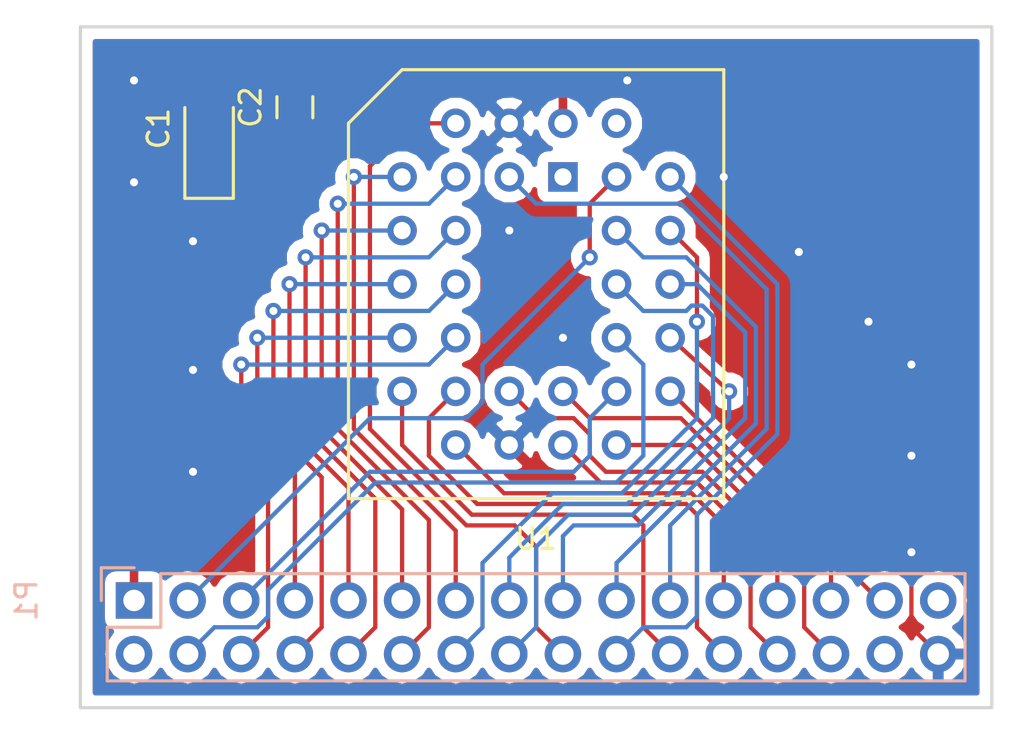
<source format=kicad_pcb>
(kicad_pcb (version 4) (host pcbnew 4.0.4+e1-6308~48~ubuntu16.04.1-stable)

  (general
    (links 34)
    (no_connects 1)
    (area 119.38 115.062 167.894001 150.368001)
    (thickness 1.6)
    (drawings 4)
    (tracks 223)
    (zones 0)
    (modules 4)
    (nets 35)
  )

  (page A4)
  (layers
    (0 F.Cu signal)
    (31 B.Cu signal)
    (36 B.SilkS user)
    (37 F.SilkS user)
    (38 B.Mask user)
    (39 F.Mask user)
    (44 Edge.Cuts user)
  )

  (setup
    (last_trace_width 0.2032)
    (user_trace_width 0.2032)
    (user_trace_width 0.4064)
    (trace_clearance 0.2032)
    (zone_clearance 0.508)
    (zone_45_only no)
    (trace_min 0.1524)
    (segment_width 0.2)
    (edge_width 0.15)
    (via_size 0.762)
    (via_drill 0.381)
    (via_min_size 0.6858)
    (via_min_drill 0.3302)
    (uvia_size 0.3)
    (uvia_drill 0.1)
    (uvias_allowed no)
    (uvia_min_size 0)
    (uvia_min_drill 0)
    (pcb_text_width 0.3)
    (pcb_text_size 1.5 1.5)
    (mod_edge_width 0.15)
    (mod_text_size 1 1)
    (mod_text_width 0.15)
    (pad_size 1.524 1.524)
    (pad_drill 0.762)
    (pad_to_mask_clearance 0.2)
    (aux_axis_origin 0 0)
    (grid_origin 144.78 141.732)
    (visible_elements FFFFFF7F)
    (pcbplotparams
      (layerselection 0x00030_80000001)
      (usegerberextensions false)
      (excludeedgelayer true)
      (linewidth 0.150000)
      (plotframeref false)
      (viasonmask false)
      (mode 1)
      (useauxorigin false)
      (hpglpennumber 1)
      (hpglpenspeed 20)
      (hpglpendiameter 15)
      (hpglpenoverlay 2)
      (psnegative false)
      (psa4output false)
      (plotreference true)
      (plotvalue true)
      (plotinvisibletext false)
      (padsonsilk false)
      (subtractmaskfromsilk false)
      (outputformat 1)
      (mirror false)
      (drillshape 1)
      (scaleselection 1)
      (outputdirectory ""))
  )

  (net 0 "")
  (net 1 VCC)
  (net 2 "Net-(P1-Pad2)")
  (net 3 "Net-(P1-Pad3)")
  (net 4 "Net-(P1-Pad4)")
  (net 5 "Net-(P1-Pad5)")
  (net 6 "Net-(P1-Pad6)")
  (net 7 "Net-(P1-Pad7)")
  (net 8 "Net-(P1-Pad8)")
  (net 9 "Net-(P1-Pad9)")
  (net 10 "Net-(P1-Pad10)")
  (net 11 "Net-(P1-Pad11)")
  (net 12 "Net-(P1-Pad12)")
  (net 13 "Net-(P1-Pad13)")
  (net 14 "Net-(P1-Pad14)")
  (net 15 "Net-(P1-Pad15)")
  (net 16 "Net-(P1-Pad16)")
  (net 17 "Net-(P1-Pad17)")
  (net 18 "Net-(P1-Pad18)")
  (net 19 "Net-(P1-Pad19)")
  (net 20 "Net-(P1-Pad20)")
  (net 21 "Net-(P1-Pad21)")
  (net 22 "Net-(P1-Pad22)")
  (net 23 "Net-(P1-Pad23)")
  (net 24 "Net-(P1-Pad24)")
  (net 25 "Net-(P1-Pad25)")
  (net 26 "Net-(P1-Pad26)")
  (net 27 "Net-(P1-Pad27)")
  (net 28 "Net-(P1-Pad28)")
  (net 29 "Net-(P1-Pad29)")
  (net 30 "Net-(P1-Pad30)")
  (net 31 "Net-(P1-Pad31)")
  (net 32 GND)
  (net 33 "Net-(U1-Pad1)")
  (net 34 "Net-(U1-Pad30)")

  (net_class Default "This is the default net class."
    (clearance 0.2032)
    (trace_width 0.2032)
    (via_dia 0.762)
    (via_drill 0.381)
    (uvia_dia 0.3)
    (uvia_drill 0.1)
    (add_net GND)
    (add_net "Net-(P1-Pad10)")
    (add_net "Net-(P1-Pad11)")
    (add_net "Net-(P1-Pad12)")
    (add_net "Net-(P1-Pad13)")
    (add_net "Net-(P1-Pad14)")
    (add_net "Net-(P1-Pad15)")
    (add_net "Net-(P1-Pad16)")
    (add_net "Net-(P1-Pad17)")
    (add_net "Net-(P1-Pad18)")
    (add_net "Net-(P1-Pad19)")
    (add_net "Net-(P1-Pad2)")
    (add_net "Net-(P1-Pad20)")
    (add_net "Net-(P1-Pad21)")
    (add_net "Net-(P1-Pad22)")
    (add_net "Net-(P1-Pad23)")
    (add_net "Net-(P1-Pad24)")
    (add_net "Net-(P1-Pad25)")
    (add_net "Net-(P1-Pad26)")
    (add_net "Net-(P1-Pad27)")
    (add_net "Net-(P1-Pad28)")
    (add_net "Net-(P1-Pad29)")
    (add_net "Net-(P1-Pad3)")
    (add_net "Net-(P1-Pad30)")
    (add_net "Net-(P1-Pad31)")
    (add_net "Net-(P1-Pad4)")
    (add_net "Net-(P1-Pad5)")
    (add_net "Net-(P1-Pad6)")
    (add_net "Net-(P1-Pad7)")
    (add_net "Net-(P1-Pad8)")
    (add_net "Net-(P1-Pad9)")
    (add_net "Net-(U1-Pad1)")
    (add_net "Net-(U1-Pad30)")
    (add_net VCC)
  )

  (module Pin_Headers:Pin_Header_Straight_2x16 (layer B.Cu) (tedit 0) (tstamp 585205DD)
    (at 125.73 143.51 270)
    (descr "Through hole pin header")
    (tags "pin header")
    (path /583CAB62)
    (fp_text reference P1 (at 0 5.1 270) (layer B.SilkS)
      (effects (font (size 1 1) (thickness 0.15)) (justify mirror))
    )
    (fp_text value CONN_01X32 (at 0 3.1 270) (layer B.Fab)
      (effects (font (size 1 1) (thickness 0.15)) (justify mirror))
    )
    (fp_line (start -1.75 1.75) (end -1.75 -39.85) (layer B.CrtYd) (width 0.05))
    (fp_line (start 4.3 1.75) (end 4.3 -39.85) (layer B.CrtYd) (width 0.05))
    (fp_line (start -1.75 1.75) (end 4.3 1.75) (layer B.CrtYd) (width 0.05))
    (fp_line (start -1.75 -39.85) (end 4.3 -39.85) (layer B.CrtYd) (width 0.05))
    (fp_line (start 3.81 -39.37) (end 3.81 1.27) (layer B.SilkS) (width 0.15))
    (fp_line (start -1.27 -1.27) (end -1.27 -39.37) (layer B.SilkS) (width 0.15))
    (fp_line (start 3.81 -39.37) (end -1.27 -39.37) (layer B.SilkS) (width 0.15))
    (fp_line (start 3.81 1.27) (end 1.27 1.27) (layer B.SilkS) (width 0.15))
    (fp_line (start 0 1.55) (end -1.55 1.55) (layer B.SilkS) (width 0.15))
    (fp_line (start 1.27 1.27) (end 1.27 -1.27) (layer B.SilkS) (width 0.15))
    (fp_line (start 1.27 -1.27) (end -1.27 -1.27) (layer B.SilkS) (width 0.15))
    (fp_line (start -1.55 1.55) (end -1.55 0) (layer B.SilkS) (width 0.15))
    (pad 1 thru_hole rect (at 0 0 270) (size 1.7272 1.7272) (drill 1.016) (layers *.Cu *.Mask)
      (net 1 VCC))
    (pad 2 thru_hole oval (at 2.54 0 270) (size 1.7272 1.7272) (drill 1.016) (layers *.Cu *.Mask)
      (net 2 "Net-(P1-Pad2)"))
    (pad 3 thru_hole oval (at 0 -2.54 270) (size 1.7272 1.7272) (drill 1.016) (layers *.Cu *.Mask)
      (net 3 "Net-(P1-Pad3)"))
    (pad 4 thru_hole oval (at 2.54 -2.54 270) (size 1.7272 1.7272) (drill 1.016) (layers *.Cu *.Mask)
      (net 4 "Net-(P1-Pad4)"))
    (pad 5 thru_hole oval (at 0 -5.08 270) (size 1.7272 1.7272) (drill 1.016) (layers *.Cu *.Mask)
      (net 5 "Net-(P1-Pad5)"))
    (pad 6 thru_hole oval (at 2.54 -5.08 270) (size 1.7272 1.7272) (drill 1.016) (layers *.Cu *.Mask)
      (net 6 "Net-(P1-Pad6)"))
    (pad 7 thru_hole oval (at 0 -7.62 270) (size 1.7272 1.7272) (drill 1.016) (layers *.Cu *.Mask)
      (net 7 "Net-(P1-Pad7)"))
    (pad 8 thru_hole oval (at 2.54 -7.62 270) (size 1.7272 1.7272) (drill 1.016) (layers *.Cu *.Mask)
      (net 8 "Net-(P1-Pad8)"))
    (pad 9 thru_hole oval (at 0 -10.16 270) (size 1.7272 1.7272) (drill 1.016) (layers *.Cu *.Mask)
      (net 9 "Net-(P1-Pad9)"))
    (pad 10 thru_hole oval (at 2.54 -10.16 270) (size 1.7272 1.7272) (drill 1.016) (layers *.Cu *.Mask)
      (net 10 "Net-(P1-Pad10)"))
    (pad 11 thru_hole oval (at 0 -12.7 270) (size 1.7272 1.7272) (drill 1.016) (layers *.Cu *.Mask)
      (net 11 "Net-(P1-Pad11)"))
    (pad 12 thru_hole oval (at 2.54 -12.7 270) (size 1.7272 1.7272) (drill 1.016) (layers *.Cu *.Mask)
      (net 12 "Net-(P1-Pad12)"))
    (pad 13 thru_hole oval (at 0 -15.24 270) (size 1.7272 1.7272) (drill 1.016) (layers *.Cu *.Mask)
      (net 13 "Net-(P1-Pad13)"))
    (pad 14 thru_hole oval (at 2.54 -15.24 270) (size 1.7272 1.7272) (drill 1.016) (layers *.Cu *.Mask)
      (net 14 "Net-(P1-Pad14)"))
    (pad 15 thru_hole oval (at 0 -17.78 270) (size 1.7272 1.7272) (drill 1.016) (layers *.Cu *.Mask)
      (net 15 "Net-(P1-Pad15)"))
    (pad 16 thru_hole oval (at 2.54 -17.78 270) (size 1.7272 1.7272) (drill 1.016) (layers *.Cu *.Mask)
      (net 16 "Net-(P1-Pad16)"))
    (pad 17 thru_hole oval (at 0 -20.32 270) (size 1.7272 1.7272) (drill 1.016) (layers *.Cu *.Mask)
      (net 17 "Net-(P1-Pad17)"))
    (pad 18 thru_hole oval (at 2.54 -20.32 270) (size 1.7272 1.7272) (drill 1.016) (layers *.Cu *.Mask)
      (net 18 "Net-(P1-Pad18)"))
    (pad 19 thru_hole oval (at 0 -22.86 270) (size 1.7272 1.7272) (drill 1.016) (layers *.Cu *.Mask)
      (net 19 "Net-(P1-Pad19)"))
    (pad 20 thru_hole oval (at 2.54 -22.86 270) (size 1.7272 1.7272) (drill 1.016) (layers *.Cu *.Mask)
      (net 20 "Net-(P1-Pad20)"))
    (pad 21 thru_hole oval (at 0 -25.4 270) (size 1.7272 1.7272) (drill 1.016) (layers *.Cu *.Mask)
      (net 21 "Net-(P1-Pad21)"))
    (pad 22 thru_hole oval (at 2.54 -25.4 270) (size 1.7272 1.7272) (drill 1.016) (layers *.Cu *.Mask)
      (net 22 "Net-(P1-Pad22)"))
    (pad 23 thru_hole oval (at 0 -27.94 270) (size 1.7272 1.7272) (drill 1.016) (layers *.Cu *.Mask)
      (net 23 "Net-(P1-Pad23)"))
    (pad 24 thru_hole oval (at 2.54 -27.94 270) (size 1.7272 1.7272) (drill 1.016) (layers *.Cu *.Mask)
      (net 24 "Net-(P1-Pad24)"))
    (pad 25 thru_hole oval (at 0 -30.48 270) (size 1.7272 1.7272) (drill 1.016) (layers *.Cu *.Mask)
      (net 25 "Net-(P1-Pad25)"))
    (pad 26 thru_hole oval (at 2.54 -30.48 270) (size 1.7272 1.7272) (drill 1.016) (layers *.Cu *.Mask)
      (net 26 "Net-(P1-Pad26)"))
    (pad 27 thru_hole oval (at 0 -33.02 270) (size 1.7272 1.7272) (drill 1.016) (layers *.Cu *.Mask)
      (net 27 "Net-(P1-Pad27)"))
    (pad 28 thru_hole oval (at 2.54 -33.02 270) (size 1.7272 1.7272) (drill 1.016) (layers *.Cu *.Mask)
      (net 28 "Net-(P1-Pad28)"))
    (pad 29 thru_hole oval (at 0 -35.56 270) (size 1.7272 1.7272) (drill 1.016) (layers *.Cu *.Mask)
      (net 29 "Net-(P1-Pad29)"))
    (pad 30 thru_hole oval (at 2.54 -35.56 270) (size 1.7272 1.7272) (drill 1.016) (layers *.Cu *.Mask)
      (net 30 "Net-(P1-Pad30)"))
    (pad 31 thru_hole oval (at 0 -38.1 270) (size 1.7272 1.7272) (drill 1.016) (layers *.Cu *.Mask)
      (net 31 "Net-(P1-Pad31)"))
    (pad 32 thru_hole oval (at 2.54 -38.1 270) (size 1.7272 1.7272) (drill 1.016) (layers *.Cu *.Mask)
      (net 32 GND))
    (model Pin_Headers.3dshapes/Pin_Header_Straight_2x16.wrl
      (at (xyz 0.05 -0.75 0))
      (scale (xyz 1 1 1))
      (rotate (xyz 0 0 90))
    )
  )

  (module Sockets:PLCC32 (layer F.Cu) (tedit 0) (tstamp 58520606)
    (at 144.78 128.524)
    (descr "Socket PLCC 32 pins,  round pads")
    (tags PLCC)
    (path /583CAA1B)
    (fp_text reference U1 (at 0 12.065) (layer F.SilkS)
      (effects (font (size 1 1) (thickness 0.15)))
    )
    (fp_text value SST39SF010 (at 0 0 90) (layer F.Fab)
      (effects (font (size 1 1) (thickness 0.15)))
    )
    (fp_line (start -8.89 -7.62) (end -8.89 10.16) (layer F.SilkS) (width 0.15))
    (fp_line (start 8.89 -10.16) (end 8.89 10.16) (layer F.SilkS) (width 0.15))
    (fp_line (start -8.89 10.16) (end 8.89 10.16) (layer F.SilkS) (width 0.15))
    (fp_line (start -6.35 -10.16) (end -8.89 -7.62) (layer F.SilkS) (width 0.15))
    (fp_line (start 8.89 -10.16) (end -6.35 -10.16) (layer F.SilkS) (width 0.15))
    (pad 1 thru_hole rect (at 1.27 -5.08) (size 1.397 1.397) (drill 0.8128) (layers *.Cu *.Mask)
      (net 33 "Net-(U1-Pad1)"))
    (pad 2 thru_hole circle (at -1.27 -7.62) (size 1.397 1.397) (drill 0.8128) (layers *.Cu *.Mask)
      (net 32 GND))
    (pad 3 thru_hole circle (at -1.27 -5.08) (size 1.397 1.397) (drill 0.8128) (layers *.Cu *.Mask)
      (net 21 "Net-(P1-Pad21)"))
    (pad 4 thru_hole circle (at -3.81 -7.62) (size 1.397 1.397) (drill 0.8128) (layers *.Cu *.Mask)
      (net 18 "Net-(P1-Pad18)"))
    (pad 5 thru_hole circle (at -6.35 -5.08) (size 1.397 1.397) (drill 0.8128) (layers *.Cu *.Mask)
      (net 13 "Net-(P1-Pad13)"))
    (pad 6 thru_hole circle (at -3.81 -5.08) (size 1.397 1.397) (drill 0.8128) (layers *.Cu *.Mask)
      (net 12 "Net-(P1-Pad12)"))
    (pad 7 thru_hole circle (at -6.35 -2.54) (size 1.397 1.397) (drill 0.8128) (layers *.Cu *.Mask)
      (net 11 "Net-(P1-Pad11)"))
    (pad 8 thru_hole circle (at -3.81 -2.54) (size 1.397 1.397) (drill 0.8128) (layers *.Cu *.Mask)
      (net 10 "Net-(P1-Pad10)"))
    (pad 9 thru_hole circle (at -6.35 0) (size 1.397 1.397) (drill 0.8128) (layers *.Cu *.Mask)
      (net 9 "Net-(P1-Pad9)"))
    (pad 10 thru_hole circle (at -3.81 0) (size 1.397 1.397) (drill 0.8128) (layers *.Cu *.Mask)
      (net 8 "Net-(P1-Pad8)"))
    (pad 11 thru_hole circle (at -6.35 2.54) (size 1.397 1.397) (drill 0.8128) (layers *.Cu *.Mask)
      (net 7 "Net-(P1-Pad7)"))
    (pad 12 thru_hole circle (at -3.81 2.54) (size 1.397 1.397) (drill 0.8128) (layers *.Cu *.Mask)
      (net 6 "Net-(P1-Pad6)"))
    (pad 13 thru_hole circle (at -6.35 5.08) (size 1.397 1.397) (drill 0.8128) (layers *.Cu *.Mask)
      (net 22 "Net-(P1-Pad22)"))
    (pad 14 thru_hole circle (at -3.81 7.62) (size 1.397 1.397) (drill 0.8128) (layers *.Cu *.Mask)
      (net 23 "Net-(P1-Pad23)"))
    (pad 15 thru_hole circle (at -3.81 5.08) (size 1.397 1.397) (drill 0.8128) (layers *.Cu *.Mask)
      (net 24 "Net-(P1-Pad24)"))
    (pad 16 thru_hole circle (at -1.27 7.62) (size 1.397 1.397) (drill 0.8128) (layers *.Cu *.Mask)
      (net 32 GND))
    (pad 17 thru_hole circle (at -1.27 5.08) (size 1.397 1.397) (drill 0.8128) (layers *.Cu *.Mask)
      (net 25 "Net-(P1-Pad25)"))
    (pad 18 thru_hole circle (at 1.27 7.62) (size 1.397 1.397) (drill 0.8128) (layers *.Cu *.Mask)
      (net 26 "Net-(P1-Pad26)"))
    (pad 19 thru_hole circle (at 1.27 5.08) (size 1.397 1.397) (drill 0.8128) (layers *.Cu *.Mask)
      (net 27 "Net-(P1-Pad27)"))
    (pad 20 thru_hole circle (at 3.81 7.62) (size 1.397 1.397) (drill 0.8128) (layers *.Cu *.Mask)
      (net 28 "Net-(P1-Pad28)"))
    (pad 21 thru_hole circle (at 6.35 5.08) (size 1.397 1.397) (drill 0.8128) (layers *.Cu *.Mask)
      (net 29 "Net-(P1-Pad29)"))
    (pad 22 thru_hole circle (at 3.81 5.08) (size 1.397 1.397) (drill 0.8128) (layers *.Cu *.Mask)
      (net 5 "Net-(P1-Pad5)"))
    (pad 23 thru_hole circle (at 6.35 2.54) (size 1.397 1.397) (drill 0.8128) (layers *.Cu *.Mask)
      (net 16 "Net-(P1-Pad16)"))
    (pad 24 thru_hole circle (at 3.81 2.54) (size 1.397 1.397) (drill 0.8128) (layers *.Cu *.Mask)
      (net 4 "Net-(P1-Pad4)"))
    (pad 25 thru_hole circle (at 6.35 0) (size 1.397 1.397) (drill 0.8128) (layers *.Cu *.Mask)
      (net 17 "Net-(P1-Pad17)"))
    (pad 26 thru_hole circle (at 3.81 0) (size 1.397 1.397) (drill 0.8128) (layers *.Cu *.Mask)
      (net 15 "Net-(P1-Pad15)"))
    (pad 27 thru_hole circle (at 6.35 -2.54) (size 1.397 1.397) (drill 0.8128) (layers *.Cu *.Mask)
      (net 14 "Net-(P1-Pad14)"))
    (pad 28 thru_hole circle (at 3.81 -2.54) (size 1.397 1.397) (drill 0.8128) (layers *.Cu *.Mask)
      (net 19 "Net-(P1-Pad19)"))
    (pad 31 thru_hole circle (at 3.81 -5.08) (size 1.397 1.397) (drill 0.8128) (layers *.Cu *.Mask)
      (net 3 "Net-(P1-Pad3)"))
    (pad 32 thru_hole circle (at 1.27 -7.62) (size 1.397 1.397) (drill 0.8128) (layers *.Cu *.Mask)
      (net 1 VCC))
    (pad 29 thru_hole circle (at 6.35 -5.08) (size 1.397 1.397) (drill 0.8128) (layers *.Cu *.Mask)
      (net 20 "Net-(P1-Pad20)"))
    (pad 30 thru_hole circle (at 3.81 -7.62) (size 1.397 1.397) (drill 0.8128) (layers *.Cu *.Mask)
      (net 34 "Net-(U1-Pad30)"))
  )

  (module Capacitors_Tantalum_SMD:Tantalum_Case-R_EIA-2012-12_Hand (layer F.Cu) (tedit 57B6E980) (tstamp 585442AF)
    (at 129.286 121.158 90)
    (descr "Tantalum capacitor, Case R, EIA 2012-12, 2.0x1.3x1.2mm, Hand soldering footprint")
    (tags "capacitor tantalum smd")
    (path /5854355F)
    (attr smd)
    (fp_text reference C1 (at 0 -2.4 90) (layer F.SilkS)
      (effects (font (size 1 1) (thickness 0.15)))
    )
    (fp_text value 10uF (at 0 2.4 90) (layer F.Fab)
      (effects (font (size 1 1) (thickness 0.15)))
    )
    (fp_line (start -3.4 -1.3) (end -3.4 1.3) (layer F.CrtYd) (width 0.05))
    (fp_line (start -3.4 1.3) (end 3.4 1.3) (layer F.CrtYd) (width 0.05))
    (fp_line (start 3.4 1.3) (end 3.4 -1.3) (layer F.CrtYd) (width 0.05))
    (fp_line (start 3.4 -1.3) (end -3.4 -1.3) (layer F.CrtYd) (width 0.05))
    (fp_line (start -1 -0.65) (end -1 0.65) (layer F.Fab) (width 0.15))
    (fp_line (start -1 0.65) (end 1 0.65) (layer F.Fab) (width 0.15))
    (fp_line (start 1 0.65) (end 1 -0.65) (layer F.Fab) (width 0.15))
    (fp_line (start 1 -0.65) (end -1 -0.65) (layer F.Fab) (width 0.15))
    (fp_line (start -0.8 -0.65) (end -0.8 0.65) (layer F.Fab) (width 0.15))
    (fp_line (start -0.7 -0.65) (end -0.7 0.65) (layer F.Fab) (width 0.15))
    (fp_line (start -3.3 -1.15) (end 1 -1.15) (layer F.SilkS) (width 0.15))
    (fp_line (start -3.3 1.15) (end 1 1.15) (layer F.SilkS) (width 0.15))
    (fp_line (start -3.3 -1.15) (end -3.3 1.15) (layer F.SilkS) (width 0.15))
    (pad 1 smd rect (at -1.7 0 90) (size 2.6 1.8) (layers F.Cu F.Mask)
      (net 1 VCC))
    (pad 2 smd rect (at 1.7 0 90) (size 2.6 1.8) (layers F.Cu F.Mask)
      (net 32 GND))
    (model Capacitors_Tantalum_SMD.3dshapes/Tantalum_Case-R_EIA-2012-12.wrl
      (at (xyz 0 0 0))
      (scale (xyz 1 1 1))
      (rotate (xyz 0 0 0))
    )
  )

  (module Capacitors_SMD:C_0805_HandSoldering (layer F.Cu) (tedit 541A9B8D) (tstamp 585442BF)
    (at 133.35 120.142 90)
    (descr "Capacitor SMD 0805, hand soldering")
    (tags "capacitor 0805")
    (path /585435D2)
    (attr smd)
    (fp_text reference C2 (at 0 -2.1 90) (layer F.SilkS)
      (effects (font (size 1 1) (thickness 0.15)))
    )
    (fp_text value 0.1uF (at 0 2.1 90) (layer F.Fab)
      (effects (font (size 1 1) (thickness 0.15)))
    )
    (fp_line (start -1 0.625) (end -1 -0.625) (layer F.Fab) (width 0.15))
    (fp_line (start 1 0.625) (end -1 0.625) (layer F.Fab) (width 0.15))
    (fp_line (start 1 -0.625) (end 1 0.625) (layer F.Fab) (width 0.15))
    (fp_line (start -1 -0.625) (end 1 -0.625) (layer F.Fab) (width 0.15))
    (fp_line (start -2.3 -1) (end 2.3 -1) (layer F.CrtYd) (width 0.05))
    (fp_line (start -2.3 1) (end 2.3 1) (layer F.CrtYd) (width 0.05))
    (fp_line (start -2.3 -1) (end -2.3 1) (layer F.CrtYd) (width 0.05))
    (fp_line (start 2.3 -1) (end 2.3 1) (layer F.CrtYd) (width 0.05))
    (fp_line (start 0.5 -0.85) (end -0.5 -0.85) (layer F.SilkS) (width 0.15))
    (fp_line (start -0.5 0.85) (end 0.5 0.85) (layer F.SilkS) (width 0.15))
    (pad 1 smd rect (at -1.25 0 90) (size 1.5 1.25) (layers F.Cu F.Mask)
      (net 1 VCC))
    (pad 2 smd rect (at 1.25 0 90) (size 1.5 1.25) (layers F.Cu F.Mask)
      (net 32 GND))
    (model Capacitors_SMD.3dshapes/C_0805_HandSoldering.wrl
      (at (xyz 0 0 0))
      (scale (xyz 1 1 1))
      (rotate (xyz 0 0 0))
    )
  )

  (gr_line (start 123.19 116.332) (end 166.37 116.332) (angle 90) (layer Edge.Cuts) (width 0.15))
  (gr_line (start 123.19 148.59) (end 123.19 116.332) (angle 90) (layer Edge.Cuts) (width 0.15))
  (gr_line (start 123.19 148.59) (end 166.37 148.59) (angle 90) (layer Edge.Cuts) (width 0.15))
  (gr_line (start 166.37 148.59) (end 166.37 116.332) (angle 90) (layer Edge.Cuts) (width 0.15))

  (segment (start 133.35 121.392) (end 130.752 121.392) (width 0.4064) (layer F.Cu) (net 1) (status 400000))
  (segment (start 125.73 128.348) (end 125.73 143.51) (width 0.4064) (layer F.Cu) (net 1))
  (segment (start 125.73 126.414) (end 125.73 128.348) (width 0.4064) (layer F.Cu) (net 1) (tstamp 58557AC4))
  (segment (start 130.752 121.392) (end 125.73 126.414) (width 0.4064) (layer F.Cu) (net 1) (tstamp 58557AC1))
  (segment (start 139.7 118.872) (end 135.87 118.872) (width 0.4064) (layer F.Cu) (net 1))
  (segment (start 146.05 120.904) (end 146.05 119.38) (width 0.4064) (layer F.Cu) (net 1) (tstamp 5852E2D1))
  (segment (start 145.542 118.872) (end 146.05 119.38) (width 0.4064) (layer F.Cu) (net 1) (tstamp 5852E2CF))
  (segment (start 139.7 118.872) (end 145.542 118.872) (width 0.4064) (layer F.Cu) (net 1) (tstamp 5852E2C8))
  (segment (start 135.87 118.872) (end 133.35 121.392) (width 0.4064) (layer F.Cu) (net 1) (tstamp 58557ABA) (status 800000))
  (segment (start 128.27 143.51) (end 136.906 134.874) (width 0.2032) (layer B.Cu) (net 3))
  (segment (start 147.32 124.714) (end 148.59 123.444) (width 0.2032) (layer F.Cu) (net 3) (tstamp 5852E219))
  (segment (start 147.32 127.254) (end 147.32 124.714) (width 0.2032) (layer F.Cu) (net 3) (tstamp 5852E218))
  (via (at 147.32 127.254) (size 0.762) (drill 0.381) (layers F.Cu B.Cu) (net 3))
  (segment (start 142.24 132.334) (end 147.32 127.254) (width 0.2032) (layer B.Cu) (net 3) (tstamp 5852E203))
  (segment (start 142.24 134.112) (end 142.24 132.334) (width 0.2032) (layer B.Cu) (net 3) (tstamp 5852E1FE))
  (segment (start 141.478 134.874) (end 142.24 134.112) (width 0.2032) (layer B.Cu) (net 3) (tstamp 5852E1F9))
  (segment (start 136.906 134.874) (end 141.478 134.874) (width 0.2032) (layer B.Cu) (net 3) (tstamp 5852E1EC))
  (segment (start 128.27 146.05) (end 129.54 144.78) (width 0.2032) (layer B.Cu) (net 4))
  (segment (start 149.86 132.334) (end 148.59 131.064) (width 0.2032) (layer B.Cu) (net 4) (tstamp 5852D731))
  (segment (start 149.86 136.652) (end 149.86 132.334) (width 0.2032) (layer B.Cu) (net 4) (tstamp 5852D72B))
  (segment (start 148.59 137.922) (end 149.86 136.652) (width 0.2032) (layer B.Cu) (net 4) (tstamp 5852D727))
  (segment (start 137.16 137.922) (end 148.59 137.922) (width 0.2032) (layer B.Cu) (net 4) (tstamp 5852D71F))
  (segment (start 132.08 143.002) (end 137.16 137.922) (width 0.2032) (layer B.Cu) (net 4) (tstamp 5852D711))
  (segment (start 132.08 144.272) (end 132.08 143.002) (width 0.2032) (layer B.Cu) (net 4) (tstamp 5852D70C))
  (segment (start 131.572 144.78) (end 132.08 144.272) (width 0.2032) (layer B.Cu) (net 4) (tstamp 5852D709))
  (segment (start 129.54 144.78) (end 131.572 144.78) (width 0.2032) (layer B.Cu) (net 4) (tstamp 5852D706))
  (segment (start 130.81 143.51) (end 136.906 137.414) (width 0.2032) (layer B.Cu) (net 5))
  (segment (start 147.32 134.874) (end 148.59 133.604) (width 0.2032) (layer B.Cu) (net 5) (tstamp 5852D6F7))
  (segment (start 147.32 136.652) (end 147.32 134.874) (width 0.2032) (layer B.Cu) (net 5) (tstamp 5852D6F0))
  (segment (start 146.558 137.414) (end 147.32 136.652) (width 0.2032) (layer B.Cu) (net 5) (tstamp 5852D6E0))
  (segment (start 136.906 137.414) (end 146.558 137.414) (width 0.2032) (layer B.Cu) (net 5) (tstamp 5852D6D4))
  (segment (start 130.81 146.05) (end 132.08 144.78) (width 0.2032) (layer F.Cu) (net 6))
  (segment (start 139.7 132.334) (end 140.97 131.064) (width 0.2032) (layer B.Cu) (net 6) (tstamp 5852E1B9))
  (segment (start 130.81 132.334) (end 139.7 132.334) (width 0.2032) (layer B.Cu) (net 6) (tstamp 5852E1B8))
  (via (at 130.81 132.334) (size 0.762) (drill 0.381) (layers F.Cu B.Cu) (net 6))
  (segment (start 130.81 135.382) (end 130.81 132.334) (width 0.2032) (layer F.Cu) (net 6) (tstamp 5852E1A7))
  (segment (start 132.08 136.652) (end 130.81 135.382) (width 0.2032) (layer F.Cu) (net 6) (tstamp 5852E1A4))
  (segment (start 132.08 144.78) (end 132.08 136.652) (width 0.2032) (layer F.Cu) (net 6) (tstamp 5852E19F))
  (segment (start 133.35 143.51) (end 133.35 137.16) (width 0.2032) (layer F.Cu) (net 7))
  (segment (start 131.572 131.064) (end 138.43 131.064) (width 0.2032) (layer B.Cu) (net 7) (tstamp 5852E180))
  (via (at 131.572 131.064) (size 0.762) (drill 0.381) (layers F.Cu B.Cu) (net 7))
  (segment (start 131.572 135.382) (end 131.572 131.064) (width 0.2032) (layer F.Cu) (net 7) (tstamp 5852E178))
  (segment (start 133.35 137.16) (end 131.572 135.382) (width 0.2032) (layer F.Cu) (net 7) (tstamp 5852E173))
  (segment (start 133.35 146.05) (end 134.62 144.78) (width 0.2032) (layer F.Cu) (net 8))
  (segment (start 139.7 129.794) (end 140.97 128.524) (width 0.2032) (layer B.Cu) (net 8) (tstamp 5852E16A))
  (segment (start 132.334 129.794) (end 139.7 129.794) (width 0.2032) (layer B.Cu) (net 8) (tstamp 5852E169))
  (via (at 132.334 129.794) (size 0.762) (drill 0.381) (layers F.Cu B.Cu) (net 8))
  (segment (start 132.334 135.382) (end 132.334 129.794) (width 0.2032) (layer F.Cu) (net 8) (tstamp 5852E15F))
  (segment (start 134.62 137.668) (end 132.334 135.382) (width 0.2032) (layer F.Cu) (net 8) (tstamp 5852E159))
  (segment (start 134.62 144.78) (end 134.62 137.668) (width 0.2032) (layer F.Cu) (net 8) (tstamp 5852E157))
  (segment (start 135.89 143.51) (end 135.89 138.176) (width 0.2032) (layer F.Cu) (net 9))
  (segment (start 133.096 128.524) (end 138.43 128.524) (width 0.2032) (layer B.Cu) (net 9) (tstamp 5852E14D))
  (via (at 133.096 128.524) (size 0.762) (drill 0.381) (layers F.Cu B.Cu) (net 9))
  (segment (start 133.096 135.382) (end 133.096 128.524) (width 0.2032) (layer F.Cu) (net 9) (tstamp 5852E145))
  (segment (start 135.89 138.176) (end 133.096 135.382) (width 0.2032) (layer F.Cu) (net 9) (tstamp 5852E13E))
  (segment (start 135.89 146.05) (end 137.16 144.78) (width 0.2032) (layer F.Cu) (net 10))
  (segment (start 139.7 127.254) (end 140.97 125.984) (width 0.2032) (layer B.Cu) (net 10) (tstamp 5852E131))
  (segment (start 133.858 127.254) (end 139.7 127.254) (width 0.2032) (layer B.Cu) (net 10) (tstamp 5852E130))
  (via (at 133.858 127.254) (size 0.762) (drill 0.381) (layers F.Cu B.Cu) (net 10))
  (segment (start 133.858 135.382) (end 133.858 127.254) (width 0.2032) (layer F.Cu) (net 10) (tstamp 5852E124))
  (segment (start 137.16 138.684) (end 133.858 135.382) (width 0.2032) (layer F.Cu) (net 10) (tstamp 5852E11C))
  (segment (start 137.16 144.78) (end 137.16 138.684) (width 0.2032) (layer F.Cu) (net 10) (tstamp 5852E11A))
  (segment (start 138.43 143.51) (end 138.43 139.192) (width 0.2032) (layer F.Cu) (net 11))
  (segment (start 134.62 125.984) (end 138.43 125.984) (width 0.2032) (layer B.Cu) (net 11) (tstamp 5852E0F3))
  (via (at 134.62 125.984) (size 0.762) (drill 0.381) (layers F.Cu B.Cu) (net 11))
  (segment (start 134.62 135.382) (end 134.62 125.984) (width 0.2032) (layer F.Cu) (net 11) (tstamp 5852E0EA))
  (segment (start 138.43 139.192) (end 134.62 135.382) (width 0.2032) (layer F.Cu) (net 11) (tstamp 5852E0E4))
  (segment (start 138.43 146.05) (end 139.7 144.78) (width 0.2032) (layer F.Cu) (net 12))
  (segment (start 139.7 124.714) (end 140.97 123.444) (width 0.2032) (layer B.Cu) (net 12) (tstamp 5852E0DA))
  (segment (start 135.382 124.714) (end 139.7 124.714) (width 0.2032) (layer B.Cu) (net 12) (tstamp 5852E0D9))
  (via (at 135.382 124.714) (size 0.762) (drill 0.381) (layers F.Cu B.Cu) (net 12))
  (segment (start 135.382 135.382) (end 135.382 124.714) (width 0.2032) (layer F.Cu) (net 12) (tstamp 5852E0CD))
  (segment (start 139.7 139.7) (end 135.382 135.382) (width 0.2032) (layer F.Cu) (net 12) (tstamp 5852E0C7))
  (segment (start 139.7 144.78) (end 139.7 139.7) (width 0.2032) (layer F.Cu) (net 12) (tstamp 5852E0C5))
  (segment (start 140.97 143.51) (end 140.97 140.208) (width 0.2032) (layer F.Cu) (net 13))
  (segment (start 136.144 123.444) (end 138.43 123.444) (width 0.2032) (layer B.Cu) (net 13) (tstamp 5852E0A3))
  (via (at 136.144 123.444) (size 0.762) (drill 0.381) (layers F.Cu B.Cu) (net 13))
  (segment (start 136.144 135.382) (end 136.144 123.444) (width 0.2032) (layer F.Cu) (net 13) (tstamp 5852E09B))
  (segment (start 140.97 140.208) (end 136.144 135.382) (width 0.2032) (layer F.Cu) (net 13) (tstamp 5852E095))
  (segment (start 140.97 146.05) (end 142.24 144.78) (width 0.2032) (layer B.Cu) (net 14))
  (segment (start 152.4 127.254) (end 151.13 125.984) (width 0.2032) (layer F.Cu) (net 14) (tstamp 5852D920))
  (segment (start 152.4 130.302) (end 152.4 127.254) (width 0.2032) (layer F.Cu) (net 14) (tstamp 5852D91F))
  (via (at 152.4 130.302) (size 0.762) (drill 0.381) (layers F.Cu B.Cu) (net 14))
  (segment (start 152.4 134.874) (end 152.4 130.302) (width 0.2032) (layer B.Cu) (net 14) (tstamp 5852D915))
  (segment (start 148.844 138.43) (end 152.4 134.874) (width 0.2032) (layer B.Cu) (net 14) (tstamp 5852D90B))
  (segment (start 145.542 138.43) (end 148.844 138.43) (width 0.2032) (layer B.Cu) (net 14) (tstamp 5852D907))
  (segment (start 142.24 141.732) (end 145.542 138.43) (width 0.2032) (layer B.Cu) (net 14) (tstamp 5852D8EE))
  (segment (start 142.24 144.78) (end 142.24 141.732) (width 0.2032) (layer B.Cu) (net 14) (tstamp 5852D8EC))
  (segment (start 143.51 141.478) (end 146.05 138.938) (width 0.2032) (layer B.Cu) (net 15) (tstamp 5852D966))
  (segment (start 146.05 138.938) (end 149.098 138.938) (width 0.2032) (layer B.Cu) (net 15) (tstamp 5852D96D))
  (segment (start 149.098 138.938) (end 153.162 134.874) (width 0.2032) (layer B.Cu) (net 15) (tstamp 5852D970))
  (segment (start 153.162 134.874) (end 153.162 130.048) (width 0.2032) (layer B.Cu) (net 15) (tstamp 5852D978))
  (segment (start 143.51 143.51) (end 143.51 141.478) (width 0.2032) (layer B.Cu) (net 15))
  (segment (start 149.86 129.794) (end 148.59 128.524) (width 0.2032) (layer B.Cu) (net 15) (tstamp 5852DA3B))
  (segment (start 151.892 129.794) (end 149.86 129.794) (width 0.2032) (layer B.Cu) (net 15) (tstamp 5852DA39))
  (segment (start 152.146 129.54) (end 151.892 129.794) (width 0.2032) (layer B.Cu) (net 15) (tstamp 5852DA38))
  (segment (start 152.654 129.54) (end 152.146 129.54) (width 0.2032) (layer B.Cu) (net 15) (tstamp 5852DA35))
  (segment (start 153.162 130.048) (end 152.654 129.54) (width 0.2032) (layer B.Cu) (net 15) (tstamp 5852DA31))
  (segment (start 153.416 135.382) (end 153.924 134.874) (width 0.2032) (layer B.Cu) (net 16))
  (via (at 153.924 133.604) (size 0.762) (drill 0.381) (layers F.Cu B.Cu) (net 16))
  (segment (start 153.416 135.382) (end 149.352 139.446) (width 0.2032) (layer B.Cu) (net 16) (tstamp 5852DAAD))
  (segment (start 149.352 139.446) (end 146.304 139.446) (width 0.2032) (layer B.Cu) (net 16) (tstamp 5852DAB9))
  (segment (start 146.304 139.446) (end 144.78 140.97) (width 0.2032) (layer B.Cu) (net 16) (tstamp 5852DAC0))
  (segment (start 144.78 140.97) (end 144.78 144.78) (width 0.2032) (layer B.Cu) (net 16) (tstamp 5852DAC5))
  (segment (start 143.51 146.05) (end 144.78 144.78) (width 0.2032) (layer B.Cu) (net 16) (tstamp 5852DAC9))
  (segment (start 153.924 133.604) (end 151.13 131.064) (width 0.2032) (layer F.Cu) (net 16))
  (segment (start 153.924 134.874) (end 153.924 133.604) (width 0.2032) (layer B.Cu) (net 16) (tstamp 5852DB6B))
  (segment (start 154.686 130.81) (end 154.686 134.874) (width 0.2032) (layer B.Cu) (net 17))
  (segment (start 146.05 140.462) (end 146.558 139.954) (width 0.2032) (layer B.Cu) (net 17) (tstamp 5852DAD1))
  (segment (start 146.558 139.954) (end 149.606 139.954) (width 0.2032) (layer B.Cu) (net 17) (tstamp 5852DADA))
  (segment (start 149.606 139.954) (end 154.686 134.874) (width 0.2032) (layer B.Cu) (net 17) (tstamp 5852DADC))
  (segment (start 146.05 143.51) (end 146.05 140.462) (width 0.2032) (layer B.Cu) (net 17))
  (segment (start 152.4 128.524) (end 151.13 128.524) (width 0.2032) (layer B.Cu) (net 17) (tstamp 5852DB01))
  (segment (start 154.686 130.81) (end 152.4 128.524) (width 0.2032) (layer B.Cu) (net 17))
  (segment (start 146.05 146.05) (end 144.78 144.78) (width 0.2032) (layer F.Cu) (net 18))
  (segment (start 138.938 120.904) (end 140.97 120.904) (width 0.2032) (layer F.Cu) (net 18) (tstamp 5852E058))
  (segment (start 136.906 122.936) (end 138.938 120.904) (width 0.2032) (layer F.Cu) (net 18) (tstamp 5852E052))
  (segment (start 136.906 135.382) (end 136.906 122.936) (width 0.2032) (layer F.Cu) (net 18) (tstamp 5852E03F))
  (segment (start 141.478 139.954) (end 136.906 135.382) (width 0.2032) (layer F.Cu) (net 18) (tstamp 5852E038))
  (segment (start 143.764 139.954) (end 141.478 139.954) (width 0.2032) (layer F.Cu) (net 18) (tstamp 5852E036))
  (segment (start 144.78 140.97) (end 143.764 139.954) (width 0.2032) (layer F.Cu) (net 18) (tstamp 5852E030))
  (segment (start 144.78 144.78) (end 144.78 140.97) (width 0.2032) (layer F.Cu) (net 18) (tstamp 5852E02D))
  (segment (start 148.59 143.51) (end 148.59 141.732) (width 0.2032) (layer B.Cu) (net 19))
  (segment (start 149.86 127.254) (end 148.59 125.984) (width 0.2032) (layer B.Cu) (net 19) (tstamp 5852DC4B))
  (segment (start 151.892 127.254) (end 149.86 127.254) (width 0.2032) (layer B.Cu) (net 19) (tstamp 5852DC47))
  (segment (start 155.194 130.556) (end 151.892 127.254) (width 0.2032) (layer B.Cu) (net 19) (tstamp 5852DC40))
  (segment (start 155.194 135.128) (end 155.194 130.556) (width 0.2032) (layer B.Cu) (net 19) (tstamp 5852DC3C))
  (segment (start 148.59 141.732) (end 155.194 135.128) (width 0.2032) (layer B.Cu) (net 19) (tstamp 5852DC38))
  (segment (start 148.59 146.05) (end 149.86 144.78) (width 0.2032) (layer B.Cu) (net 20))
  (segment (start 156.21 128.524) (end 151.13 123.444) (width 0.2032) (layer B.Cu) (net 20) (tstamp 5852DCA2))
  (segment (start 156.21 135.636) (end 156.21 128.524) (width 0.2032) (layer B.Cu) (net 20) (tstamp 5852DC9A))
  (segment (start 152.4 139.446) (end 156.21 135.636) (width 0.2032) (layer B.Cu) (net 20) (tstamp 5852DC93))
  (segment (start 152.4 144.272) (end 152.4 139.446) (width 0.2032) (layer B.Cu) (net 20) (tstamp 5852DC8E))
  (segment (start 151.892 144.78) (end 152.4 144.272) (width 0.2032) (layer B.Cu) (net 20) (tstamp 5852DC8C))
  (segment (start 149.86 144.78) (end 151.892 144.78) (width 0.2032) (layer B.Cu) (net 20) (tstamp 5852DC89))
  (segment (start 151.13 143.51) (end 151.13 139.954) (width 0.2032) (layer B.Cu) (net 21))
  (segment (start 144.78 124.714) (end 143.51 123.444) (width 0.2032) (layer B.Cu) (net 21) (tstamp 5852DC7F))
  (segment (start 151.638 124.714) (end 144.78 124.714) (width 0.2032) (layer B.Cu) (net 21) (tstamp 5852DC79))
  (segment (start 155.702 128.778) (end 151.638 124.714) (width 0.2032) (layer B.Cu) (net 21) (tstamp 5852DC71))
  (segment (start 155.702 135.382) (end 155.702 128.778) (width 0.2032) (layer B.Cu) (net 21) (tstamp 5852DC6C))
  (segment (start 151.13 139.954) (end 155.702 135.382) (width 0.2032) (layer B.Cu) (net 21) (tstamp 5852DC63))
  (segment (start 151.13 146.05) (end 149.86 144.78) (width 0.2032) (layer F.Cu) (net 22))
  (segment (start 138.43 136.144) (end 138.43 133.604) (width 0.2032) (layer F.Cu) (net 22) (tstamp 5852D649))
  (segment (start 141.732 139.446) (end 138.43 136.144) (width 0.2032) (layer F.Cu) (net 22) (tstamp 5852D633))
  (segment (start 149.352 139.446) (end 141.732 139.446) (width 0.2032) (layer F.Cu) (net 22) (tstamp 5852D631))
  (segment (start 149.86 139.954) (end 149.352 139.446) (width 0.2032) (layer F.Cu) (net 22) (tstamp 5852D626))
  (segment (start 149.86 144.78) (end 149.86 139.954) (width 0.2032) (layer F.Cu) (net 22) (tstamp 5852D623))
  (segment (start 153.67 143.51) (end 153.67 139.954) (width 0.2032) (layer F.Cu) (net 23))
  (segment (start 143.256 138.43) (end 140.97 136.144) (width 0.2032) (layer F.Cu) (net 23) (tstamp 5852D590))
  (segment (start 152.146 138.43) (end 143.256 138.43) (width 0.2032) (layer F.Cu) (net 23) (tstamp 5852D588))
  (segment (start 153.67 139.954) (end 152.146 138.43) (width 0.2032) (layer F.Cu) (net 23) (tstamp 5852D582))
  (segment (start 153.67 146.05) (end 152.4 144.78) (width 0.2032) (layer F.Cu) (net 24))
  (segment (start 139.7 134.874) (end 140.97 133.604) (width 0.2032) (layer F.Cu) (net 24) (tstamp 5852D5DB))
  (segment (start 139.7 136.652) (end 139.7 134.874) (width 0.2032) (layer F.Cu) (net 24) (tstamp 5852D5D2))
  (segment (start 141.986 138.938) (end 139.7 136.652) (width 0.2032) (layer F.Cu) (net 24) (tstamp 5852D5BD))
  (segment (start 151.892 138.938) (end 141.986 138.938) (width 0.2032) (layer F.Cu) (net 24) (tstamp 5852D5B4))
  (segment (start 152.4 139.446) (end 151.892 138.938) (width 0.2032) (layer F.Cu) (net 24) (tstamp 5852D5A3))
  (segment (start 152.4 144.78) (end 152.4 139.446) (width 0.2032) (layer F.Cu) (net 24) (tstamp 5852D5A0))
  (segment (start 156.21 143.51) (end 156.21 140.97) (width 0.2032) (layer F.Cu) (net 25))
  (segment (start 144.78 134.874) (end 143.51 133.604) (width 0.2032) (layer F.Cu) (net 25) (tstamp 5852D523))
  (segment (start 146.558 134.874) (end 144.78 134.874) (width 0.2032) (layer F.Cu) (net 25) (tstamp 5852D518))
  (segment (start 147.32 135.636) (end 146.558 134.874) (width 0.2032) (layer F.Cu) (net 25) (tstamp 5852D515))
  (segment (start 147.32 136.652) (end 147.32 135.636) (width 0.2032) (layer F.Cu) (net 25) (tstamp 5852D510))
  (segment (start 148.082 137.414) (end 147.32 136.652) (width 0.2032) (layer F.Cu) (net 25) (tstamp 5852D50D))
  (segment (start 152.654 137.414) (end 148.082 137.414) (width 0.2032) (layer F.Cu) (net 25) (tstamp 5852D509))
  (segment (start 156.21 140.97) (end 152.654 137.414) (width 0.2032) (layer F.Cu) (net 25) (tstamp 5852D4FC))
  (segment (start 156.21 146.05) (end 154.94 144.78) (width 0.2032) (layer F.Cu) (net 26))
  (segment (start 147.828 137.922) (end 146.05 136.144) (width 0.2032) (layer F.Cu) (net 26) (tstamp 5852D54F))
  (segment (start 152.4 137.922) (end 147.828 137.922) (width 0.2032) (layer F.Cu) (net 26) (tstamp 5852D543))
  (segment (start 154.94 140.462) (end 152.4 137.922) (width 0.2032) (layer F.Cu) (net 26) (tstamp 5852D537))
  (segment (start 154.94 144.78) (end 154.94 140.462) (width 0.2032) (layer F.Cu) (net 26) (tstamp 5852D534))
  (segment (start 158.75 143.51) (end 158.75 141.986) (width 0.2032) (layer F.Cu) (net 27))
  (segment (start 147.32 134.874) (end 146.05 133.604) (width 0.2032) (layer F.Cu) (net 27) (tstamp 5852D4B9))
  (segment (start 151.638 134.874) (end 147.32 134.874) (width 0.2032) (layer F.Cu) (net 27) (tstamp 5852D4B2))
  (segment (start 158.75 141.986) (end 151.638 134.874) (width 0.2032) (layer F.Cu) (net 27) (tstamp 5852D4A3))
  (segment (start 158.75 146.05) (end 157.48 144.78) (width 0.2032) (layer F.Cu) (net 28))
  (segment (start 152.146 136.144) (end 148.59 136.144) (width 0.2032) (layer F.Cu) (net 28) (tstamp 5852D4F0))
  (segment (start 157.48 141.478) (end 152.146 136.144) (width 0.2032) (layer F.Cu) (net 28) (tstamp 5852D4E8))
  (segment (start 157.48 144.78) (end 157.48 141.478) (width 0.2032) (layer F.Cu) (net 28) (tstamp 5852D4DE))
  (segment (start 161.29 143.51) (end 161.036 143.51) (width 0.2032) (layer F.Cu) (net 29))
  (segment (start 161.036 143.51) (end 151.13 133.604) (width 0.2032) (layer F.Cu) (net 29) (tstamp 5852D494))
  (segment (start 133.35 118.892) (end 129.852 118.892) (width 0.2032) (layer F.Cu) (net 32) (status C00000))
  (segment (start 129.852 118.892) (end 129.286 119.458) (width 0.2032) (layer F.Cu) (net 32) (tstamp 58557AEE) (status C00000))
  (segment (start 125.73 118.872) (end 128.7 118.872) (width 0.2032) (layer F.Cu) (net 32) (status 800000))
  (segment (start 128.7 118.872) (end 129.286 119.458) (width 0.2032) (layer F.Cu) (net 32) (tstamp 58557ADB) (status C00000))
  (via (at 128.524 137.414) (size 0.762) (drill 0.381) (layers F.Cu B.Cu) (net 32))
  (segment (start 128.524 132.588) (end 128.524 137.414) (width 0.2032) (layer B.Cu) (net 32) (tstamp 5852E61E))
  (via (at 128.524 132.588) (size 0.762) (drill 0.381) (layers F.Cu B.Cu) (net 32))
  (segment (start 128.524 126.492) (end 128.524 132.588) (width 0.2032) (layer F.Cu) (net 32) (tstamp 5852E617))
  (via (at 128.524 126.492) (size 0.762) (drill 0.381) (layers F.Cu B.Cu) (net 32))
  (segment (start 125.73 123.698) (end 128.524 126.492) (width 0.2032) (layer B.Cu) (net 32) (tstamp 5852E604))
  (via (at 125.73 123.698) (size 0.762) (drill 0.381) (layers F.Cu B.Cu) (net 32))
  (segment (start 125.73 118.872) (end 125.73 123.698) (width 0.2032) (layer F.Cu) (net 32) (tstamp 5852E5FA))
  (via (at 125.73 118.872) (size 0.762) (drill 0.381) (layers F.Cu B.Cu) (net 32))
  (segment (start 143.51 120.904) (end 141.478 118.872) (width 0.2032) (layer B.Cu) (net 32))
  (segment (start 141.478 118.872) (end 125.73 118.872) (width 0.2032) (layer B.Cu) (net 32) (tstamp 5852E5E7))
  (segment (start 143.51 125.984) (end 143.51 128.524) (width 0.2032) (layer F.Cu) (net 32))
  (via (at 146.05 131.064) (size 0.762) (drill 0.381) (layers F.Cu B.Cu) (net 32))
  (segment (start 143.51 128.524) (end 146.05 131.064) (width 0.2032) (layer F.Cu) (net 32) (tstamp 5852E5BD))
  (segment (start 163.83 146.05) (end 162.56 144.78) (width 0.2032) (layer F.Cu) (net 32))
  (segment (start 145.542 118.872) (end 143.51 120.904) (width 0.2032) (layer B.Cu) (net 32) (tstamp 5852E571))
  (segment (start 149.098 118.872) (end 145.542 118.872) (width 0.2032) (layer B.Cu) (net 32) (tstamp 5852E570))
  (via (at 149.098 118.872) (size 0.762) (drill 0.381) (layers F.Cu B.Cu) (net 32))
  (segment (start 153.67 123.444) (end 149.098 118.872) (width 0.2032) (layer F.Cu) (net 32) (tstamp 5852E565))
  (via (at 153.67 123.444) (size 0.762) (drill 0.381) (layers F.Cu B.Cu) (net 32))
  (segment (start 157.226 127) (end 153.67 123.444) (width 0.2032) (layer B.Cu) (net 32) (tstamp 5852E55B))
  (via (at 157.226 127) (size 0.762) (drill 0.381) (layers F.Cu B.Cu) (net 32))
  (segment (start 160.528 130.302) (end 157.226 127) (width 0.2032) (layer F.Cu) (net 32) (tstamp 5852E555))
  (via (at 160.528 130.302) (size 0.762) (drill 0.381) (layers F.Cu B.Cu) (net 32))
  (segment (start 162.56 132.334) (end 160.528 130.302) (width 0.2032) (layer B.Cu) (net 32) (tstamp 5852E550))
  (via (at 162.56 132.334) (size 0.762) (drill 0.381) (layers F.Cu B.Cu) (net 32))
  (segment (start 162.56 136.652) (end 162.56 132.334) (width 0.2032) (layer F.Cu) (net 32) (tstamp 5852E54C))
  (via (at 162.56 136.652) (size 0.762) (drill 0.381) (layers F.Cu B.Cu) (net 32))
  (segment (start 162.56 141.224) (end 162.56 136.652) (width 0.2032) (layer B.Cu) (net 32) (tstamp 5852E53D))
  (via (at 162.56 141.224) (size 0.762) (drill 0.381) (layers F.Cu B.Cu) (net 32))
  (segment (start 162.56 144.78) (end 162.56 141.224) (width 0.2032) (layer F.Cu) (net 32) (tstamp 5852E536))
  (segment (start 143.51 120.904) (end 142.24 122.174) (width 0.2032) (layer B.Cu) (net 32) (tstamp 5852E57E))
  (segment (start 142.24 122.174) (end 142.24 124.714) (width 0.2032) (layer B.Cu) (net 32) (tstamp 5852E583))
  (segment (start 142.24 124.714) (end 143.51 125.984) (width 0.2032) (layer B.Cu) (net 32) (tstamp 5852E58A))
  (via (at 143.51 125.984) (size 0.762) (drill 0.381) (layers F.Cu B.Cu) (net 32))
  (segment (start 143.51 125.984) (end 142.24 127.254) (width 0.2032) (layer F.Cu) (net 32) (tstamp 5852E597))
  (segment (start 142.24 127.254) (end 142.24 134.874) (width 0.2032) (layer F.Cu) (net 32) (tstamp 5852E598))
  (segment (start 142.24 134.874) (end 143.51 136.144) (width 0.2032) (layer F.Cu) (net 32) (tstamp 5852E5B3))

  (zone (net 32) (net_name GND) (layer F.Cu) (tstamp 5852E3AB) (hatch edge 0.508)
    (connect_pads (clearance 0.508))
    (min_thickness 0.254)
    (fill yes (arc_segments 16) (thermal_gap 0.508) (thermal_bridge_width 0.508))
    (polygon
      (pts
        (xy 167.894 150.368) (xy 119.634 150.368) (xy 119.38 115.062) (xy 167.894 115.062)
      )
    )
    (filled_polygon
      (pts
        (xy 165.66 147.88) (xy 123.9 147.88) (xy 123.9 142.6464) (xy 124.21896 142.6464) (xy 124.21896 144.3736)
        (xy 124.263238 144.608917) (xy 124.40231 144.825041) (xy 124.61451 144.970031) (xy 124.658345 144.978908) (xy 124.345474 145.447152)
        (xy 124.2314 146.020641) (xy 124.2314 146.079359) (xy 124.345474 146.652848) (xy 124.67033 147.139029) (xy 125.156511 147.463885)
        (xy 125.73 147.577959) (xy 126.303489 147.463885) (xy 126.78967 147.139029) (xy 127 146.824248) (xy 127.21033 147.139029)
        (xy 127.696511 147.463885) (xy 128.27 147.577959) (xy 128.843489 147.463885) (xy 129.32967 147.139029) (xy 129.54 146.824248)
        (xy 129.75033 147.139029) (xy 130.236511 147.463885) (xy 130.81 147.577959) (xy 131.383489 147.463885) (xy 131.86967 147.139029)
        (xy 132.08 146.824248) (xy 132.29033 147.139029) (xy 132.776511 147.463885) (xy 133.35 147.577959) (xy 133.923489 147.463885)
        (xy 134.40967 147.139029) (xy 134.62 146.824248) (xy 134.83033 147.139029) (xy 135.316511 147.463885) (xy 135.89 147.577959)
        (xy 136.463489 147.463885) (xy 136.94967 147.139029) (xy 137.16 146.824248) (xy 137.37033 147.139029) (xy 137.856511 147.463885)
        (xy 138.43 147.577959) (xy 139.003489 147.463885) (xy 139.48967 147.139029) (xy 139.7 146.824248) (xy 139.91033 147.139029)
        (xy 140.396511 147.463885) (xy 140.97 147.577959) (xy 141.543489 147.463885) (xy 142.02967 147.139029) (xy 142.24 146.824248)
        (xy 142.45033 147.139029) (xy 142.936511 147.463885) (xy 143.51 147.577959) (xy 144.083489 147.463885) (xy 144.56967 147.139029)
        (xy 144.78 146.824248) (xy 144.99033 147.139029) (xy 145.476511 147.463885) (xy 146.05 147.577959) (xy 146.623489 147.463885)
        (xy 147.10967 147.139029) (xy 147.32 146.824248) (xy 147.53033 147.139029) (xy 148.016511 147.463885) (xy 148.59 147.577959)
        (xy 149.163489 147.463885) (xy 149.64967 147.139029) (xy 149.86 146.824248) (xy 150.07033 147.139029) (xy 150.556511 147.463885)
        (xy 151.13 147.577959) (xy 151.703489 147.463885) (xy 152.18967 147.139029) (xy 152.4 146.824248) (xy 152.61033 147.139029)
        (xy 153.096511 147.463885) (xy 153.67 147.577959) (xy 154.243489 147.463885) (xy 154.72967 147.139029) (xy 154.94 146.824248)
        (xy 155.15033 147.139029) (xy 155.636511 147.463885) (xy 156.21 147.577959) (xy 156.783489 147.463885) (xy 157.26967 147.139029)
        (xy 157.48 146.824248) (xy 157.69033 147.139029) (xy 158.176511 147.463885) (xy 158.75 147.577959) (xy 159.323489 147.463885)
        (xy 159.80967 147.139029) (xy 160.02 146.824248) (xy 160.23033 147.139029) (xy 160.716511 147.463885) (xy 161.29 147.577959)
        (xy 161.863489 147.463885) (xy 162.34967 147.139029) (xy 162.565664 146.815772) (xy 162.623179 146.93849) (xy 163.055053 147.332688)
        (xy 163.470974 147.504958) (xy 163.703 147.383817) (xy 163.703 146.177) (xy 163.957 146.177) (xy 163.957 147.383817)
        (xy 164.189026 147.504958) (xy 164.604947 147.332688) (xy 165.036821 146.93849) (xy 165.284968 146.409027) (xy 165.164469 146.177)
        (xy 163.957 146.177) (xy 163.703 146.177) (xy 163.683 146.177) (xy 163.683 145.923) (xy 163.703 145.923)
        (xy 163.703 145.903) (xy 163.957 145.903) (xy 163.957 145.923) (xy 165.164469 145.923) (xy 165.284968 145.690973)
        (xy 165.036821 145.16151) (xy 164.618839 144.779992) (xy 164.88967 144.599029) (xy 165.214526 144.112848) (xy 165.3286 143.539359)
        (xy 165.3286 143.480641) (xy 165.214526 142.907152) (xy 164.88967 142.420971) (xy 164.403489 142.096115) (xy 163.83 141.982041)
        (xy 163.256511 142.096115) (xy 162.77033 142.420971) (xy 162.56 142.735752) (xy 162.34967 142.420971) (xy 161.863489 142.096115)
        (xy 161.29 141.982041) (xy 160.716511 142.096115) (xy 160.684928 142.117218) (xy 152.45589 133.88818) (xy 152.463268 133.870413)
        (xy 152.463731 133.339914) (xy 152.418767 133.231093) (xy 152.907937 133.675792) (xy 152.907824 133.805208) (xy 153.062175 134.178766)
        (xy 153.347731 134.464821) (xy 153.721018 134.619824) (xy 154.125208 134.620176) (xy 154.498766 134.465825) (xy 154.784821 134.180269)
        (xy 154.939824 133.806982) (xy 154.940176 133.402792) (xy 154.785825 133.029234) (xy 154.500269 132.743179) (xy 154.126982 132.588176)
        (xy 153.901412 132.58798) (xy 152.504536 131.318092) (xy 152.601208 131.318176) (xy 152.974766 131.163825) (xy 153.260821 130.878269)
        (xy 153.415824 130.504982) (xy 153.416176 130.100792) (xy 153.261825 129.727234) (xy 153.1366 129.60179) (xy 153.1366 127.254)
        (xy 153.08053 126.972115) (xy 152.920855 126.733145) (xy 152.45589 126.26818) (xy 152.463268 126.250413) (xy 152.463731 125.719914)
        (xy 152.261146 125.22962) (xy 151.886353 124.854173) (xy 151.548554 124.713906) (xy 151.88438 124.575146) (xy 152.259827 124.200353)
        (xy 152.463268 123.710413) (xy 152.463731 123.179914) (xy 152.261146 122.68962) (xy 151.886353 122.314173) (xy 151.396413 122.110732)
        (xy 150.865914 122.110269) (xy 150.37562 122.312854) (xy 150.000173 122.687647) (xy 149.859906 123.025446) (xy 149.721146 122.68962)
        (xy 149.346353 122.314173) (xy 149.008554 122.173906) (xy 149.34438 122.035146) (xy 149.719827 121.660353) (xy 149.923268 121.170413)
        (xy 149.923731 120.639914) (xy 149.721146 120.14962) (xy 149.346353 119.774173) (xy 148.856413 119.570732) (xy 148.325914 119.570269)
        (xy 147.83562 119.772854) (xy 147.460173 120.147647) (xy 147.319906 120.485446) (xy 147.181146 120.14962) (xy 146.8882 119.856163)
        (xy 146.8882 119.38) (xy 146.824396 119.059235) (xy 146.642697 118.787303) (xy 146.134697 118.279303) (xy 145.862766 118.097604)
        (xy 145.542 118.0338) (xy 136.126081 118.0338) (xy 136.102162 117.906683) (xy 135.96309 117.690559) (xy 135.75089 117.545569)
        (xy 135.499 117.49456) (xy 134.249 117.49456) (xy 134.013683 117.538838) (xy 133.797559 117.67791) (xy 133.652569 117.89011)
        (xy 133.60156 118.142) (xy 133.60156 118.979046) (xy 132.784046 119.79656) (xy 131.434 119.79656) (xy 131.198683 119.840838)
        (xy 130.982559 119.97991) (xy 130.837569 120.19211) (xy 130.78656 120.444) (xy 130.78656 122.106046) (xy 125.137303 127.755303)
        (xy 124.955604 128.027234) (xy 124.955604 128.027235) (xy 124.8918 128.348) (xy 124.8918 141.99896) (xy 124.8664 141.99896)
        (xy 124.631083 142.043238) (xy 124.414959 142.18231) (xy 124.269969 142.39451) (xy 124.21896 142.6464) (xy 123.9 142.6464)
        (xy 123.9 117.042) (xy 165.66 117.042)
      )
    )
    (filled_polygon
      (pts
        (xy 162.77033 144.599029) (xy 163.041161 144.779992) (xy 162.623179 145.16151) (xy 162.565664 145.284228) (xy 162.34967 144.960971)
        (xy 162.078828 144.78) (xy 162.34967 144.599029) (xy 162.56 144.284248)
      )
    )
    (filled_polygon
      (pts
        (xy 140.21562 119.772854) (xy 139.840173 120.147647) (xy 139.831971 120.1674) (xy 138.938 120.1674) (xy 138.656115 120.22347)
        (xy 138.417145 120.383145) (xy 136.385145 122.415145) (xy 136.37004 122.437751) (xy 136.346982 122.428176) (xy 136.067882 122.427933)
        (xy 136.134 122.268309) (xy 136.134 121.67775) (xy 135.97525 121.519) (xy 135.001 121.519) (xy 135.001 122.61825)
        (xy 135.15975 122.777) (xy 135.374069 122.777) (xy 135.283179 122.867731) (xy 135.128176 123.241018) (xy 135.127824 123.645208)
        (xy 135.154118 123.708845) (xy 134.807234 123.852175) (xy 134.521179 124.137731) (xy 134.366176 124.511018) (xy 134.365824 124.915208)
        (xy 134.392118 124.978845) (xy 134.045234 125.122175) (xy 133.803118 125.363868) (xy 133.71025 125.271) (xy 132.461 125.271)
        (xy 132.461 126.92025) (xy 132.61975 127.079) (xy 132.842152 127.079) (xy 132.841824 127.455208) (xy 132.868118 127.518845)
        (xy 132.521234 127.662175) (xy 132.235179 127.947731) (xy 132.080176 128.321018) (xy 132.079824 128.725208) (xy 132.106118 128.788845)
        (xy 131.759234 128.932175) (xy 131.473179 129.217731) (xy 131.318176 129.591018) (xy 131.317824 129.995208) (xy 131.344118 130.058845)
        (xy 130.997234 130.202175) (xy 130.711179 130.487731) (xy 130.556176 130.861018) (xy 130.555824 131.265208) (xy 130.582118 131.328845)
        (xy 130.235234 131.472175) (xy 129.949179 131.757731) (xy 129.794176 132.131018) (xy 129.793824 132.535208) (xy 129.948175 132.908766)
        (xy 130.0734 133.03421) (xy 130.0734 135.382) (xy 130.12947 135.663885) (xy 130.289145 135.902855) (xy 131.3434 136.95711)
        (xy 131.3434 142.088141) (xy 130.81 141.982041) (xy 130.236511 142.096115) (xy 129.75033 142.420971) (xy 129.54 142.735752)
        (xy 129.32967 142.420971) (xy 128.843489 142.096115) (xy 128.27 141.982041) (xy 127.696511 142.096115) (xy 127.21033 142.420971)
        (xy 127.201195 142.434642) (xy 127.196762 142.411083) (xy 127.05769 142.194959) (xy 126.84549 142.049969) (xy 126.5936 141.99896)
        (xy 126.5682 141.99896) (xy 126.5682 128.695194) (xy 129.833644 125.42975) (xy 130.799 125.42975) (xy 130.799 126.570309)
        (xy 130.895673 126.803698) (xy 131.074301 126.982327) (xy 131.30769 127.079) (xy 132.04825 127.079) (xy 132.207 126.92025)
        (xy 132.207 125.271) (xy 130.95775 125.271) (xy 130.799 125.42975) (xy 129.833644 125.42975) (xy 130.799 124.464394)
        (xy 130.799 124.85825) (xy 130.95775 125.017) (xy 132.207 125.017) (xy 132.207 124.997) (xy 132.461 124.997)
        (xy 132.461 125.017) (xy 133.71025 125.017) (xy 133.869 124.85825) (xy 133.869 123.717691) (xy 133.772327 123.484302)
        (xy 133.730366 123.44234) (xy 133.830431 123.29589) (xy 133.88144 123.044) (xy 133.88144 122.672466) (xy 133.889301 122.680327)
        (xy 134.12269 122.777) (xy 134.58825 122.777) (xy 134.747 122.61825) (xy 134.747 121.519) (xy 134.727 121.519)
        (xy 134.727 121.265) (xy 134.747 121.265) (xy 134.747 121.245) (xy 135.001 121.245) (xy 135.001 121.265)
        (xy 135.97525 121.265) (xy 136.134 121.10625) (xy 136.134 120.515691) (xy 136.037327 120.282302) (xy 135.89609 120.141064)
        (xy 135.950441 120.10609) (xy 136.095431 119.89389) (xy 136.132629 119.7102) (xy 140.367255 119.7102)
      )
    )
    (filled_polygon
      (pts
        (xy 142.378854 134.35838) (xy 142.753647 134.733827) (xy 143.075118 134.867314) (xy 142.817071 134.9742) (xy 142.755417 135.209812)
        (xy 143.51 135.964395) (xy 143.524143 135.950253) (xy 143.703748 136.129858) (xy 143.689605 136.144) (xy 144.444188 136.898583)
        (xy 144.6798 136.836929) (xy 144.778083 136.557688) (xy 144.918854 136.89838) (xy 145.293647 137.273827) (xy 145.783587 137.477268)
        (xy 146.314086 137.477731) (xy 146.333853 137.469563) (xy 146.55769 137.6934) (xy 143.56111 137.6934) (xy 143.355568 137.487858)
        (xy 143.847199 137.461148) (xy 144.202929 137.3138) (xy 144.264583 137.078188) (xy 143.51 136.323605) (xy 143.495858 136.337748)
        (xy 143.316253 136.158143) (xy 143.330395 136.144) (xy 142.575812 135.389417) (xy 142.3402 135.451071) (xy 142.241917 135.730312)
        (xy 142.101146 135.38962) (xy 141.726353 135.014173) (xy 141.388554 134.873906) (xy 141.72438 134.735146) (xy 142.099827 134.360353)
        (xy 142.240094 134.022554)
      )
    )
    (filled_polygon
      (pts
        (xy 142.378854 124.19838) (xy 142.753647 124.573827) (xy 143.243587 124.777268) (xy 143.774086 124.777731) (xy 144.26438 124.575146)
        (xy 144.639827 124.200353) (xy 144.70406 124.045663) (xy 144.70406 124.1425) (xy 144.748338 124.377817) (xy 144.88741 124.593941)
        (xy 145.09961 124.738931) (xy 145.3515 124.78994) (xy 146.5834 124.78994) (xy 146.5834 126.553727) (xy 146.459179 126.677731)
        (xy 146.304176 127.051018) (xy 146.303824 127.455208) (xy 146.458175 127.828766) (xy 146.743731 128.114821) (xy 147.117018 128.269824)
        (xy 147.256721 128.269946) (xy 147.256269 128.788086) (xy 147.458854 129.27838) (xy 147.833647 129.653827) (xy 148.171446 129.794094)
        (xy 147.83562 129.932854) (xy 147.460173 130.307647) (xy 147.256732 130.797587) (xy 147.256269 131.328086) (xy 147.458854 131.81838)
        (xy 147.833647 132.193827) (xy 148.171446 132.334094) (xy 147.83562 132.472854) (xy 147.460173 132.847647) (xy 147.319906 133.185446)
        (xy 147.181146 132.84962) (xy 146.806353 132.474173) (xy 146.316413 132.270732) (xy 145.785914 132.270269) (xy 145.29562 132.472854)
        (xy 144.920173 132.847647) (xy 144.779906 133.185446) (xy 144.641146 132.84962) (xy 144.266353 132.474173) (xy 143.776413 132.270732)
        (xy 143.245914 132.270269) (xy 142.75562 132.472854) (xy 142.380173 132.847647) (xy 142.239906 133.185446) (xy 142.101146 132.84962)
        (xy 141.726353 132.474173) (xy 141.388554 132.333906) (xy 141.72438 132.195146) (xy 142.099827 131.820353) (xy 142.303268 131.330413)
        (xy 142.303731 130.799914) (xy 142.101146 130.30962) (xy 141.726353 129.934173) (xy 141.388554 129.793906) (xy 141.72438 129.655146)
        (xy 142.099827 129.280353) (xy 142.303268 128.790413) (xy 142.303731 128.259914) (xy 142.101146 127.76962) (xy 141.726353 127.394173)
        (xy 141.388554 127.253906) (xy 141.72438 127.115146) (xy 142.099827 126.740353) (xy 142.303268 126.250413) (xy 142.303731 125.719914)
        (xy 142.101146 125.22962) (xy 141.726353 124.854173) (xy 141.388554 124.713906) (xy 141.72438 124.575146) (xy 142.099827 124.200353)
        (xy 142.240094 123.862554)
      )
    )
    (filled_polygon
      (pts
        (xy 142.817071 119.7342) (xy 142.755417 119.969812) (xy 143.51 120.724395) (xy 144.264583 119.969812) (xy 144.202929 119.7342)
        (xy 144.134741 119.7102) (xy 145.194806 119.7102) (xy 145.2118 119.727194) (xy 145.2118 119.856528) (xy 144.920173 120.147647)
        (xy 144.786686 120.469118) (xy 144.6798 120.211071) (xy 144.444188 120.149417) (xy 143.689605 120.904) (xy 144.444188 121.658583)
        (xy 144.6798 121.596929) (xy 144.778083 121.317688) (xy 144.918854 121.65838) (xy 145.293647 122.033827) (xy 145.448337 122.09806)
        (xy 145.3515 122.09806) (xy 145.116183 122.142338) (xy 144.900059 122.28141) (xy 144.755069 122.49361) (xy 144.70406 122.7455)
        (xy 144.70406 122.841884) (xy 144.641146 122.68962) (xy 144.266353 122.314173) (xy 143.944882 122.180686) (xy 144.202929 122.0738)
        (xy 144.264583 121.838188) (xy 143.51 121.083605) (xy 142.755417 121.838188) (xy 142.817071 122.0738) (xy 143.096312 122.172083)
        (xy 142.75562 122.312854) (xy 142.380173 122.687647) (xy 142.239906 123.025446) (xy 142.101146 122.68962) (xy 141.726353 122.314173)
        (xy 141.388554 122.173906) (xy 141.72438 122.035146) (xy 142.099827 121.660353) (xy 142.233314 121.338882) (xy 142.3402 121.596929)
        (xy 142.575812 121.658583) (xy 143.330395 120.904) (xy 142.575812 120.149417) (xy 142.3402 120.211071) (xy 142.241917 120.490312)
        (xy 142.101146 120.14962) (xy 141.726353 119.774173) (xy 141.572289 119.7102) (xy 142.875012 119.7102)
      )
    )
  )
  (zone (net 32) (net_name GND) (layer B.Cu) (tstamp 5852E3AB) (hatch edge 0.508)
    (connect_pads (clearance 0.508))
    (min_thickness 0.254)
    (fill yes (arc_segments 16) (thermal_gap 0.508) (thermal_bridge_width 0.508))
    (polygon
      (pts
        (xy 167.894 150.368) (xy 119.634 150.368) (xy 119.38 115.062) (xy 167.894 115.062)
      )
    )
    (filled_polygon
      (pts
        (xy 165.66 147.88) (xy 123.9 147.88) (xy 123.9 142.6464) (xy 124.21896 142.6464) (xy 124.21896 144.3736)
        (xy 124.263238 144.608917) (xy 124.40231 144.825041) (xy 124.61451 144.970031) (xy 124.658345 144.978908) (xy 124.345474 145.447152)
        (xy 124.2314 146.020641) (xy 124.2314 146.079359) (xy 124.345474 146.652848) (xy 124.67033 147.139029) (xy 125.156511 147.463885)
        (xy 125.73 147.577959) (xy 126.303489 147.463885) (xy 126.78967 147.139029) (xy 127 146.824248) (xy 127.21033 147.139029)
        (xy 127.696511 147.463885) (xy 128.27 147.577959) (xy 128.843489 147.463885) (xy 129.32967 147.139029) (xy 129.54 146.824248)
        (xy 129.75033 147.139029) (xy 130.236511 147.463885) (xy 130.81 147.577959) (xy 131.383489 147.463885) (xy 131.86967 147.139029)
        (xy 132.08 146.824248) (xy 132.29033 147.139029) (xy 132.776511 147.463885) (xy 133.35 147.577959) (xy 133.923489 147.463885)
        (xy 134.40967 147.139029) (xy 134.62 146.824248) (xy 134.83033 147.139029) (xy 135.316511 147.463885) (xy 135.89 147.577959)
        (xy 136.463489 147.463885) (xy 136.94967 147.139029) (xy 137.16 146.824248) (xy 137.37033 147.139029) (xy 137.856511 147.463885)
        (xy 138.43 147.577959) (xy 139.003489 147.463885) (xy 139.48967 147.139029) (xy 139.7 146.824248) (xy 139.91033 147.139029)
        (xy 140.396511 147.463885) (xy 140.97 147.577959) (xy 141.543489 147.463885) (xy 142.02967 147.139029) (xy 142.24 146.824248)
        (xy 142.45033 147.139029) (xy 142.936511 147.463885) (xy 143.51 147.577959) (xy 144.083489 147.463885) (xy 144.56967 147.139029)
        (xy 144.78 146.824248) (xy 144.99033 147.139029) (xy 145.476511 147.463885) (xy 146.05 147.577959) (xy 146.623489 147.463885)
        (xy 147.10967 147.139029) (xy 147.32 146.824248) (xy 147.53033 147.139029) (xy 148.016511 147.463885) (xy 148.59 147.577959)
        (xy 149.163489 147.463885) (xy 149.64967 147.139029) (xy 149.86 146.824248) (xy 150.07033 147.139029) (xy 150.556511 147.463885)
        (xy 151.13 147.577959) (xy 151.703489 147.463885) (xy 152.18967 147.139029) (xy 152.4 146.824248) (xy 152.61033 147.139029)
        (xy 153.096511 147.463885) (xy 153.67 147.577959) (xy 154.243489 147.463885) (xy 154.72967 147.139029) (xy 154.94 146.824248)
        (xy 155.15033 147.139029) (xy 155.636511 147.463885) (xy 156.21 147.577959) (xy 156.783489 147.463885) (xy 157.26967 147.139029)
        (xy 157.48 146.824248) (xy 157.69033 147.139029) (xy 158.176511 147.463885) (xy 158.75 147.577959) (xy 159.323489 147.463885)
        (xy 159.80967 147.139029) (xy 160.02 146.824248) (xy 160.23033 147.139029) (xy 160.716511 147.463885) (xy 161.29 147.577959)
        (xy 161.863489 147.463885) (xy 162.34967 147.139029) (xy 162.565664 146.815772) (xy 162.623179 146.93849) (xy 163.055053 147.332688)
        (xy 163.470974 147.504958) (xy 163.703 147.383817) (xy 163.703 146.177) (xy 163.957 146.177) (xy 163.957 147.383817)
        (xy 164.189026 147.504958) (xy 164.604947 147.332688) (xy 165.036821 146.93849) (xy 165.284968 146.409027) (xy 165.164469 146.177)
        (xy 163.957 146.177) (xy 163.703 146.177) (xy 163.683 146.177) (xy 163.683 145.923) (xy 163.703 145.923)
        (xy 163.703 145.903) (xy 163.957 145.903) (xy 163.957 145.923) (xy 165.164469 145.923) (xy 165.284968 145.690973)
        (xy 165.036821 145.16151) (xy 164.618839 144.779992) (xy 164.88967 144.599029) (xy 165.214526 144.112848) (xy 165.3286 143.539359)
        (xy 165.3286 143.480641) (xy 165.214526 142.907152) (xy 164.88967 142.420971) (xy 164.403489 142.096115) (xy 163.83 141.982041)
        (xy 163.256511 142.096115) (xy 162.77033 142.420971) (xy 162.56 142.735752) (xy 162.34967 142.420971) (xy 161.863489 142.096115)
        (xy 161.29 141.982041) (xy 160.716511 142.096115) (xy 160.23033 142.420971) (xy 160.02 142.735752) (xy 159.80967 142.420971)
        (xy 159.323489 142.096115) (xy 158.75 141.982041) (xy 158.176511 142.096115) (xy 157.69033 142.420971) (xy 157.48 142.735752)
        (xy 157.26967 142.420971) (xy 156.783489 142.096115) (xy 156.21 141.982041) (xy 155.636511 142.096115) (xy 155.15033 142.420971)
        (xy 154.94 142.735752) (xy 154.72967 142.420971) (xy 154.243489 142.096115) (xy 153.67 141.982041) (xy 153.1366 142.088141)
        (xy 153.1366 139.75111) (xy 156.730855 136.156855) (xy 156.793881 136.06253) (xy 156.89053 135.917885) (xy 156.9466 135.636)
        (xy 156.9466 128.524) (xy 156.89053 128.242115) (xy 156.730855 128.003145) (xy 152.45589 123.72818) (xy 152.463268 123.710413)
        (xy 152.463731 123.179914) (xy 152.261146 122.68962) (xy 151.886353 122.314173) (xy 151.396413 122.110732) (xy 150.865914 122.110269)
        (xy 150.37562 122.312854) (xy 150.000173 122.687647) (xy 149.859906 123.025446) (xy 149.721146 122.68962) (xy 149.346353 122.314173)
        (xy 149.008554 122.173906) (xy 149.34438 122.035146) (xy 149.719827 121.660353) (xy 149.923268 121.170413) (xy 149.923731 120.639914)
        (xy 149.721146 120.14962) (xy 149.346353 119.774173) (xy 148.856413 119.570732) (xy 148.325914 119.570269) (xy 147.83562 119.772854)
        (xy 147.460173 120.147647) (xy 147.319906 120.485446) (xy 147.181146 120.14962) (xy 146.806353 119.774173) (xy 146.316413 119.570732)
        (xy 145.785914 119.570269) (xy 145.29562 119.772854) (xy 144.920173 120.147647) (xy 144.786686 120.469118) (xy 144.6798 120.211071)
        (xy 144.444188 120.149417) (xy 143.689605 120.904) (xy 144.444188 121.658583) (xy 144.6798 121.596929) (xy 144.778083 121.317688)
        (xy 144.918854 121.65838) (xy 145.293647 122.033827) (xy 145.448337 122.09806) (xy 145.3515 122.09806) (xy 145.116183 122.142338)
        (xy 144.900059 122.28141) (xy 144.755069 122.49361) (xy 144.70406 122.7455) (xy 144.70406 122.841884) (xy 144.641146 122.68962)
        (xy 144.266353 122.314173) (xy 143.944882 122.180686) (xy 144.202929 122.0738) (xy 144.264583 121.838188) (xy 143.51 121.083605)
        (xy 142.755417 121.838188) (xy 142.817071 122.0738) (xy 143.096312 122.172083) (xy 142.75562 122.312854) (xy 142.380173 122.687647)
        (xy 142.239906 123.025446) (xy 142.101146 122.68962) (xy 141.726353 122.314173) (xy 141.388554 122.173906) (xy 141.72438 122.035146)
        (xy 142.099827 121.660353) (xy 142.233314 121.338882) (xy 142.3402 121.596929) (xy 142.575812 121.658583) (xy 143.330395 120.904)
        (xy 142.575812 120.149417) (xy 142.3402 120.211071) (xy 142.241917 120.490312) (xy 142.101146 120.14962) (xy 141.921652 119.969812)
        (xy 142.755417 119.969812) (xy 143.51 120.724395) (xy 144.264583 119.969812) (xy 144.202929 119.7342) (xy 143.70252 119.558073)
        (xy 143.172801 119.586852) (xy 142.817071 119.7342) (xy 142.755417 119.969812) (xy 141.921652 119.969812) (xy 141.726353 119.774173)
        (xy 141.236413 119.570732) (xy 140.705914 119.570269) (xy 140.21562 119.772854) (xy 139.840173 120.147647) (xy 139.636732 120.637587)
        (xy 139.636269 121.168086) (xy 139.838854 121.65838) (xy 140.213647 122.033827) (xy 140.551446 122.174094) (xy 140.21562 122.312854)
        (xy 139.840173 122.687647) (xy 139.699906 123.025446) (xy 139.561146 122.68962) (xy 139.186353 122.314173) (xy 138.696413 122.110732)
        (xy 138.165914 122.110269) (xy 137.67562 122.312854) (xy 137.300173 122.687647) (xy 137.291971 122.7074) (xy 136.844273 122.7074)
        (xy 136.720269 122.583179) (xy 136.346982 122.428176) (xy 135.942792 122.427824) (xy 135.569234 122.582175) (xy 135.283179 122.867731)
        (xy 135.128176 123.241018) (xy 135.127824 123.645208) (xy 135.154118 123.708845) (xy 134.807234 123.852175) (xy 134.521179 124.137731)
        (xy 134.366176 124.511018) (xy 134.365824 124.915208) (xy 134.392118 124.978845) (xy 134.045234 125.122175) (xy 133.759179 125.407731)
        (xy 133.604176 125.781018) (xy 133.603824 126.185208) (xy 133.630118 126.248845) (xy 133.283234 126.392175) (xy 132.997179 126.677731)
        (xy 132.842176 127.051018) (xy 132.841824 127.455208) (xy 132.868118 127.518845) (xy 132.521234 127.662175) (xy 132.235179 127.947731)
        (xy 132.080176 128.321018) (xy 132.079824 128.725208) (xy 132.106118 128.788845) (xy 131.759234 128.932175) (xy 131.473179 129.217731)
        (xy 131.318176 129.591018) (xy 131.317824 129.995208) (xy 131.344118 130.058845) (xy 130.997234 130.202175) (xy 130.711179 130.487731)
        (xy 130.556176 130.861018) (xy 130.555824 131.265208) (xy 130.582118 131.328845) (xy 130.235234 131.472175) (xy 129.949179 131.757731)
        (xy 129.794176 132.131018) (xy 129.793824 132.535208) (xy 129.948175 132.908766) (xy 130.233731 133.194821) (xy 130.607018 133.349824)
        (xy 131.011208 133.350176) (xy 131.384766 133.195825) (xy 131.51021 133.0706) (xy 137.207595 133.0706) (xy 137.096732 133.337587)
        (xy 137.096269 133.868086) (xy 137.207547 134.1374) (xy 136.906 134.1374) (xy 136.624115 134.19347) (xy 136.385145 134.353145)
        (xy 128.675575 142.062715) (xy 128.27 141.982041) (xy 127.696511 142.096115) (xy 127.21033 142.420971) (xy 127.201195 142.434642)
        (xy 127.196762 142.411083) (xy 127.05769 142.194959) (xy 126.84549 142.049969) (xy 126.5936 141.99896) (xy 124.8664 141.99896)
        (xy 124.631083 142.043238) (xy 124.414959 142.18231) (xy 124.269969 142.39451) (xy 124.21896 142.6464) (xy 123.9 142.6464)
        (xy 123.9 117.042) (xy 165.66 117.042)
      )
    )
    (filled_polygon
      (pts
        (xy 144.918854 134.35838) (xy 145.293647 134.733827) (xy 145.631446 134.874094) (xy 145.29562 135.012854) (xy 144.920173 135.387647)
        (xy 144.786686 135.709118) (xy 144.6798 135.451071) (xy 144.444188 135.389417) (xy 143.689605 136.144) (xy 143.703748 136.158143)
        (xy 143.524143 136.337748) (xy 143.51 136.323605) (xy 143.495858 136.337748) (xy 143.316253 136.158143) (xy 143.330395 136.144)
        (xy 142.575812 135.389417) (xy 142.3402 135.451071) (xy 142.241917 135.730312) (xy 142.101146 135.38962) (xy 142.05266 135.34105)
        (xy 142.706806 134.686904) (xy 142.753647 134.733827) (xy 143.075118 134.867314) (xy 142.817071 134.9742) (xy 142.755417 135.209812)
        (xy 143.51 135.964395) (xy 144.264583 135.209812) (xy 144.202929 134.9742) (xy 143.923688 134.875917) (xy 144.26438 134.735146)
        (xy 144.639827 134.360353) (xy 144.780094 134.022554)
      )
    )
    (filled_polygon
      (pts
        (xy 147.256269 128.788086) (xy 147.458854 129.27838) (xy 147.833647 129.653827) (xy 148.171446 129.794094) (xy 147.83562 129.932854)
        (xy 147.460173 130.307647) (xy 147.256732 130.797587) (xy 147.256269 131.328086) (xy 147.458854 131.81838) (xy 147.833647 132.193827)
        (xy 148.171446 132.334094) (xy 147.83562 132.472854) (xy 147.460173 132.847647) (xy 147.319906 133.185446) (xy 147.181146 132.84962)
        (xy 146.806353 132.474173) (xy 146.316413 132.270732) (xy 145.785914 132.270269) (xy 145.29562 132.472854) (xy 144.920173 132.847647)
        (xy 144.779906 133.185446) (xy 144.641146 132.84962) (xy 144.266353 132.474173) (xy 143.776413 132.270732) (xy 143.345354 132.270356)
        (xy 147.256643 128.359067)
      )
    )
    (filled_polygon
      (pts
        (xy 142.378854 124.19838) (xy 142.753647 124.573827) (xy 143.243587 124.777268) (xy 143.774086 124.777731) (xy 143.793853 124.769563)
        (xy 144.259145 125.234855) (xy 144.498115 125.39453) (xy 144.78 125.4506) (xy 147.367595 125.4506) (xy 147.256732 125.717587)
        (xy 147.256278 126.237944) (xy 147.118792 126.237824) (xy 146.745234 126.392175) (xy 146.459179 126.677731) (xy 146.304176 127.051018)
        (xy 146.304022 127.228268) (xy 142.303357 131.228933) (xy 142.303731 130.799914) (xy 142.101146 130.30962) (xy 141.726353 129.934173)
        (xy 141.388554 129.793906) (xy 141.72438 129.655146) (xy 142.099827 129.280353) (xy 142.303268 128.790413) (xy 142.303731 128.259914)
        (xy 142.101146 127.76962) (xy 141.726353 127.394173) (xy 141.388554 127.253906) (xy 141.72438 127.115146) (xy 142.099827 126.740353)
        (xy 142.303268 126.250413) (xy 142.303731 125.719914) (xy 142.101146 125.22962) (xy 141.726353 124.854173) (xy 141.388554 124.713906)
        (xy 141.72438 124.575146) (xy 142.099827 124.200353) (xy 142.240094 123.862554)
      )
    )
  )
)

</source>
